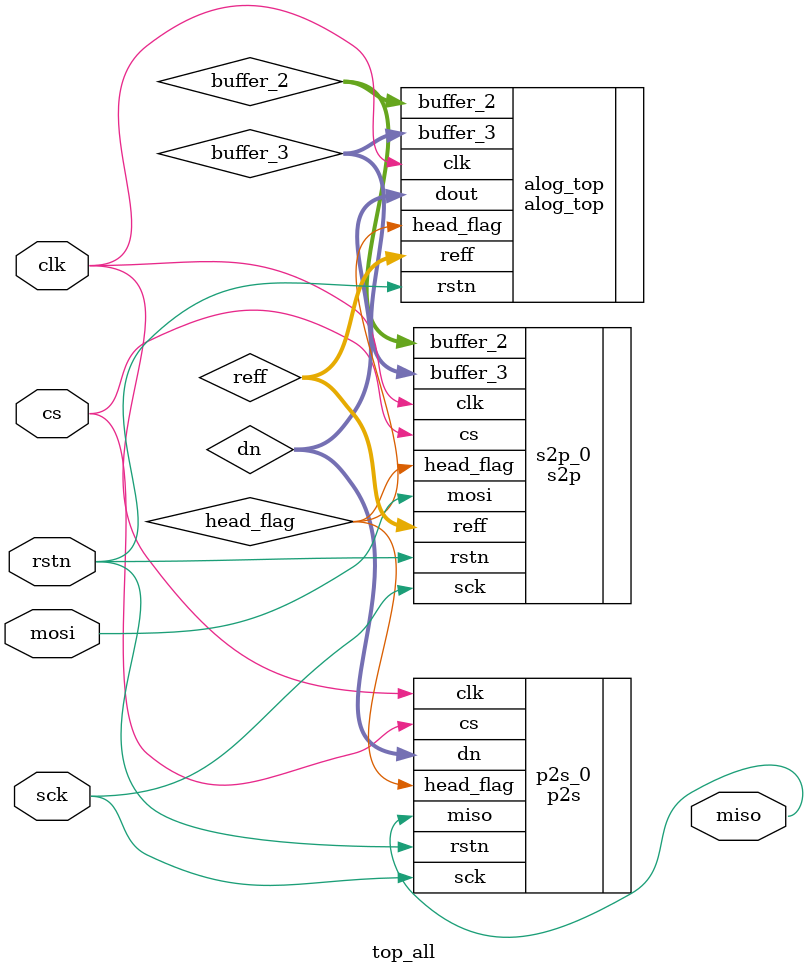
<source format=v>
`timescale 1ns / 1ps

module top_all(clk, miso, mosi, sck, cs, rstn);
input clk, mosi, sck, cs, rstn; 
output miso;

wire [12:0] buffer_2, buffer_3, reff, dn;   

s2p s2p_0 (.mosi(mosi),
           .sck(sck),
           .cs(cs),
           .rstn(rstn),
           .clk(clk),
           .buffer_2(buffer_2),
           .buffer_3(buffer_3),
           .reff(reff),
           .head_flag(head_flag)        
);   

p2s p2s_0 (.sck(sck),
           .head_flag(head_flag),           
	   .cs(cs),
           .rstn(rstn),
           .clk(clk),  
	   .dn(dn),    
	   .miso(miso)
);   


alog_top alog_top (.rstn(rstn),
		   .clk(clk),
		   .buffer_2(buffer_2),
		   .buffer_3(buffer_3),
                   .reff(reff),
                   .head_flag(head_flag),
		   .dout(dn)
);
       
endmodule

</source>
